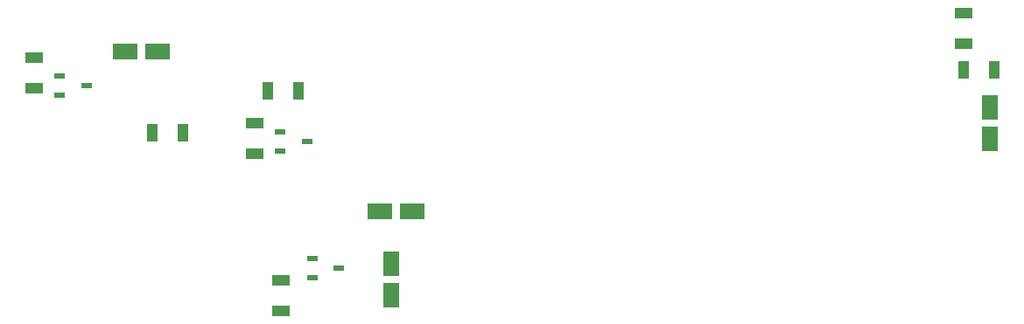
<source format=gbp>
G04*
G04 #@! TF.GenerationSoftware,Altium Limited,Altium Designer,19.0.10 (269)*
G04*
G04 Layer_Color=128*
%FSLAX25Y25*%
%MOIN*%
G70*
G01*
G75*
%ADD16R,0.07087X0.04134*%
%ADD38R,0.03937X0.02362*%
%ADD39R,0.04134X0.07087*%
%ADD40R,0.06102X0.09449*%
%ADD41R,0.09449X0.06102*%
D16*
X120000Y100906D02*
D03*
Y89095D02*
D03*
X110000Y149094D02*
D03*
Y160906D02*
D03*
X380000Y191095D02*
D03*
Y202906D02*
D03*
X26000Y174094D02*
D03*
Y185906D02*
D03*
D38*
X132000Y109153D02*
D03*
Y101673D02*
D03*
X142236Y105413D02*
D03*
X35882Y178740D02*
D03*
Y171260D02*
D03*
X46118Y175000D02*
D03*
X130118Y153701D02*
D03*
X119882Y149961D02*
D03*
Y157442D02*
D03*
D39*
X71095Y157000D02*
D03*
X82906D02*
D03*
X126858Y173000D02*
D03*
X115047D02*
D03*
X391905Y181000D02*
D03*
X380095D02*
D03*
D40*
X162000Y94996D02*
D03*
Y107004D02*
D03*
X390000Y154902D02*
D03*
Y166909D02*
D03*
D41*
X157996Y127000D02*
D03*
X170004D02*
D03*
X60996Y188000D02*
D03*
X73004D02*
D03*
M02*

</source>
